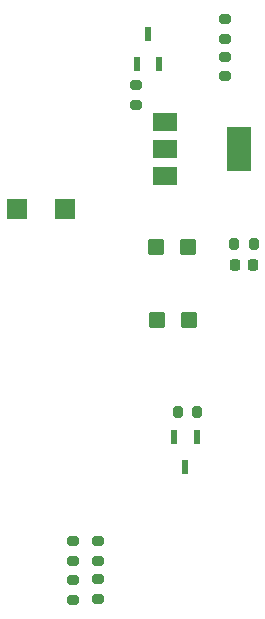
<source format=gbr>
%TF.GenerationSoftware,KiCad,Pcbnew,7.0.10-7.0.10~ubuntu22.04.1*%
%TF.CreationDate,2024-01-29T18:04:03-05:00*%
%TF.ProjectId,CoreIO,436f7265-494f-42e6-9b69-6361645f7063,rev?*%
%TF.SameCoordinates,Original*%
%TF.FileFunction,Paste,Top*%
%TF.FilePolarity,Positive*%
%FSLAX46Y46*%
G04 Gerber Fmt 4.6, Leading zero omitted, Abs format (unit mm)*
G04 Created by KiCad (PCBNEW 7.0.10-7.0.10~ubuntu22.04.1) date 2024-01-29 18:04:03*
%MOMM*%
%LPD*%
G01*
G04 APERTURE LIST*
G04 Aperture macros list*
%AMRoundRect*
0 Rectangle with rounded corners*
0 $1 Rounding radius*
0 $2 $3 $4 $5 $6 $7 $8 $9 X,Y pos of 4 corners*
0 Add a 4 corners polygon primitive as box body*
4,1,4,$2,$3,$4,$5,$6,$7,$8,$9,$2,$3,0*
0 Add four circle primitives for the rounded corners*
1,1,$1+$1,$2,$3*
1,1,$1+$1,$4,$5*
1,1,$1+$1,$6,$7*
1,1,$1+$1,$8,$9*
0 Add four rect primitives between the rounded corners*
20,1,$1+$1,$2,$3,$4,$5,0*
20,1,$1+$1,$4,$5,$6,$7,0*
20,1,$1+$1,$6,$7,$8,$9,0*
20,1,$1+$1,$8,$9,$2,$3,0*%
G04 Aperture macros list end*
%ADD10RoundRect,0.088500X0.206500X-0.516500X0.206500X0.516500X-0.206500X0.516500X-0.206500X-0.516500X0*%
%ADD11R,1.800000X1.700000*%
%ADD12RoundRect,0.200000X-0.275000X0.200000X-0.275000X-0.200000X0.275000X-0.200000X0.275000X0.200000X0*%
%ADD13RoundRect,0.218750X0.218750X0.256250X-0.218750X0.256250X-0.218750X-0.256250X0.218750X-0.256250X0*%
%ADD14RoundRect,0.250000X0.450000X0.425000X-0.450000X0.425000X-0.450000X-0.425000X0.450000X-0.425000X0*%
%ADD15RoundRect,0.200000X-0.200000X-0.275000X0.200000X-0.275000X0.200000X0.275000X-0.200000X0.275000X0*%
%ADD16RoundRect,0.088500X-0.206500X0.516500X-0.206500X-0.516500X0.206500X-0.516500X0.206500X0.516500X0*%
%ADD17RoundRect,0.200000X0.275000X-0.200000X0.275000X0.200000X-0.275000X0.200000X-0.275000X-0.200000X0*%
%ADD18R,2.000000X1.500000*%
%ADD19R,2.000000X3.800000*%
%ADD20RoundRect,0.200000X0.200000X0.275000X-0.200000X0.275000X-0.200000X-0.275000X0.200000X-0.275000X0*%
G04 APERTURE END LIST*
D10*
%TO.C,Q2*%
X164785000Y-79172500D03*
X166685000Y-79172500D03*
X165735000Y-76662500D03*
%TD*%
D11*
%TO.C,D2*%
X158750000Y-91440000D03*
X154650000Y-91440000D03*
%TD*%
D12*
%TO.C,R6*%
X164719000Y-80963000D03*
X164719000Y-82613000D03*
%TD*%
%TO.C,R8*%
X172237400Y-78550000D03*
X172237400Y-80200000D03*
%TD*%
D13*
%TO.C,D1*%
X174675900Y-96215200D03*
X173100900Y-96215200D03*
%TD*%
D14*
%TO.C,C1*%
X169164000Y-94691200D03*
X166464000Y-94691200D03*
%TD*%
D12*
%TO.C,R5*%
X159385000Y-119571000D03*
X159385000Y-121221000D03*
%TD*%
%TO.C,R10*%
X161544000Y-122822200D03*
X161544000Y-124472200D03*
%TD*%
D15*
%TO.C,R1*%
X173063400Y-94437200D03*
X174713400Y-94437200D03*
%TD*%
D16*
%TO.C,Q1*%
X169860000Y-110794100D03*
X167960000Y-110794100D03*
X168910000Y-113304100D03*
%TD*%
D17*
%TO.C,R11*%
X159410400Y-124523000D03*
X159410400Y-122873000D03*
%TD*%
D12*
%TO.C,R7*%
X172237400Y-75400400D03*
X172237400Y-77050400D03*
%TD*%
D17*
%TO.C,R2*%
X161544000Y-121221000D03*
X161544000Y-119571000D03*
%TD*%
D14*
%TO.C,C2*%
X169193200Y-100838000D03*
X166493200Y-100838000D03*
%TD*%
D18*
%TO.C,U2*%
X167150000Y-88660000D03*
D19*
X173450000Y-86360000D03*
D18*
X167150000Y-86360000D03*
X167150000Y-84060000D03*
%TD*%
D20*
%TO.C,R9*%
X169912800Y-108610400D03*
X168262800Y-108610400D03*
%TD*%
M02*

</source>
